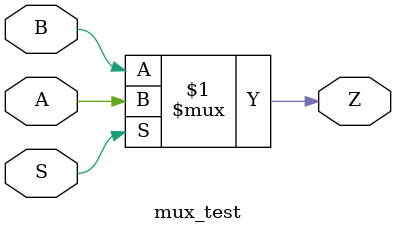
<source format=v>
`timescale 1ns / 1ps


module mux_test(
    input A,
    input B,
    input S,
    output Z
    );
    
    assign Z = S ? A : B;
    
endmodule

</source>
